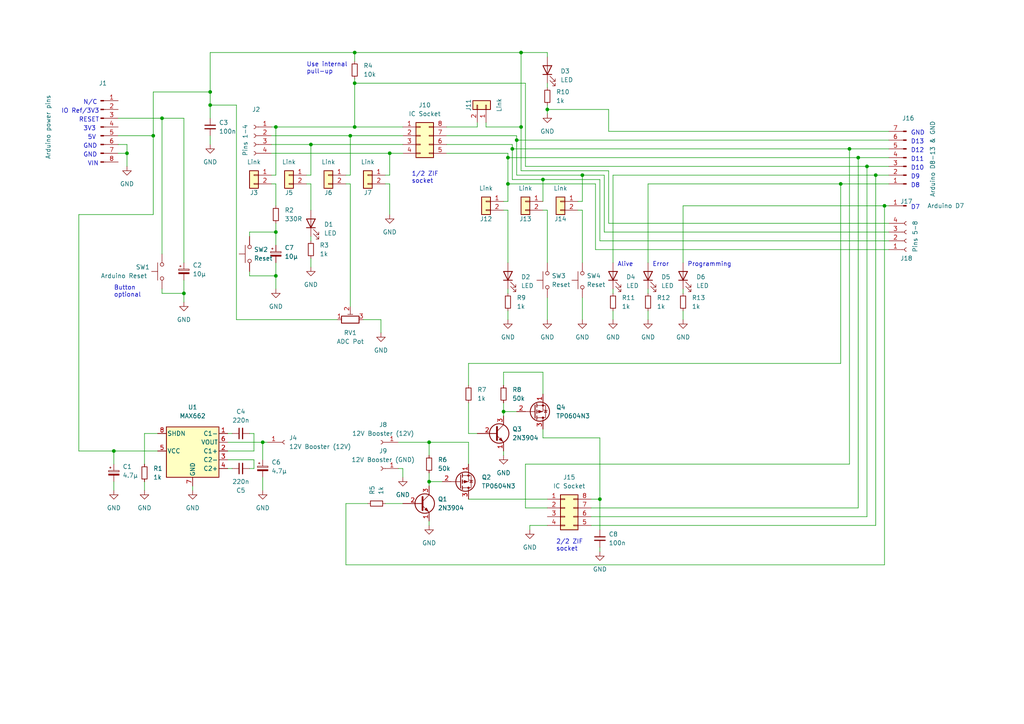
<source format=kicad_sch>
(kicad_sch (version 20211123) (generator eeschema)
  (paper "A4")
  (lib_symbols
    (symbol "Connector:Conn_01x01_Female" (pin_names (offset 1.016) hide)
      (property "Reference" "J" (at 0 2.54 0))
      (property "Value" "Conn_01x01_Female" (at 0 -2.54 0))
      (symbol "Conn_01x01_Female_1_1"
        (polyline (pts (xy -1.27 0) (xy -0.508 0)) (stroke (width 0.1524)))
        (arc (start 0 0.508) (mid -0.508 0) (end 0 -0.508) (stroke (width 0.1524)))
        (pin passive line (at -5.08 0 0) (length 3.81) (name "Pin_1") (number "1"))
      )
    )
    (symbol "Connector:Conn_01x01_Male" (pin_names (offset 1.016) hide)
      (property "Reference" "J" (at 0 2.54 0))
      (property "Value" "Conn_01x01_Male" (at 0 -2.54 0))
      (symbol "Conn_01x01_Male_1_1"
        (polyline (pts (xy 1.27 0) (xy 0.8636 0)) (stroke (width 0.1524)))
        (rectangle (start 0.8636 0.127) (end 0 -0.127) (stroke (width 0.1524)) (fill (type outline)))
        (pin passive line (at 5.08 0 180) (length 3.81) (name "Pin_1") (number "1"))
      )
    )
    (symbol "Connector:Conn_01x04_Female" (pin_names (offset 1.016) hide)
      (property "Reference" "J" (at 0 5.08 0))
      (property "Value" "Conn_01x04_Female" (at 0 -7.62 0))
      (symbol "Conn_01x04_Female_1_1"
        (arc (start 0 -4.572) (mid -0.508 -5.08) (end 0 -5.588) (stroke (width 0.1524)))
        (arc (start 0 -2.032) (mid -0.508 -2.54) (end 0 -3.048) (stroke (width 0.1524)))
        (polyline (pts (xy -1.27 -5.08) (xy -0.508 -5.08)) (stroke (width 0.1524)))
        (polyline (pts (xy -1.27 -2.54) (xy -0.508 -2.54)) (stroke (width 0.1524)))
        (polyline (pts (xy -1.27 0) (xy -0.508 0)) (stroke (width 0.1524)))
        (polyline (pts (xy -1.27 2.54) (xy -0.508 2.54)) (stroke (width 0.1524)))
        (arc (start 0 0.508) (mid -0.508 0) (end 0 -0.508) (stroke (width 0.1524)))
        (arc (start 0 3.048) (mid -0.508 2.54) (end 0 2.032) (stroke (width 0.1524)))
        (pin passive line (at -5.08 2.54 0) (length 3.81) (name "Pin_1") (number "1"))
        (pin passive line (at -5.08 0 0) (length 3.81) (name "Pin_2") (number "2"))
        (pin passive line (at -5.08 -2.54 0) (length 3.81) (name "Pin_3") (number "3"))
        (pin passive line (at -5.08 -5.08 0) (length 3.81) (name "Pin_4") (number "4"))
      )
    )
    (symbol "Connector:Conn_01x07_Male" (pin_names (offset 1.016) hide)
      (property "Reference" "J" (at 0 10.16 0))
      (property "Value" "Conn_01x07_Male" (at 0 -10.16 0))
      (symbol "Conn_01x07_Male_1_1"
        (polyline (pts (xy 1.27 -7.62) (xy 0.8636 -7.62)) (stroke (width 0.1524)))
        (polyline (pts (xy 1.27 -5.08) (xy 0.8636 -5.08)) (stroke (width 0.1524)))
        (polyline (pts (xy 1.27 -2.54) (xy 0.8636 -2.54)) (stroke (width 0.1524)))
        (polyline (pts (xy 1.27 0) (xy 0.8636 0)) (stroke (width 0.1524)))
        (polyline (pts (xy 1.27 2.54) (xy 0.8636 2.54)) (stroke (width 0.1524)))
        (polyline (pts (xy 1.27 5.08) (xy 0.8636 5.08)) (stroke (width 0.1524)))
        (polyline (pts (xy 1.27 7.62) (xy 0.8636 7.62)) (stroke (width 0.1524)))
        (rectangle (start 0.8636 -7.493) (end 0 -7.747) (stroke (width 0.1524)) (fill (type outline)))
        (rectangle (start 0.8636 -4.953) (end 0 -5.207) (stroke (width 0.1524)) (fill (type outline)))
        (rectangle (start 0.8636 -2.413) (end 0 -2.667) (stroke (width 0.1524)) (fill (type outline)))
        (rectangle (start 0.8636 0.127) (end 0 -0.127) (stroke (width 0.1524)) (fill (type outline)))
        (rectangle (start 0.8636 2.667) (end 0 2.413) (stroke (width 0.1524)) (fill (type outline)))
        (rectangle (start 0.8636 5.207) (end 0 4.953) (stroke (width 0.1524)) (fill (type outline)))
        (rectangle (start 0.8636 7.747) (end 0 7.493) (stroke (width 0.1524)) (fill (type outline)))
        (pin passive line (at 5.08 7.62 180) (length 3.81) (name "Pin_1") (number "1"))
        (pin passive line (at 5.08 5.08 180) (length 3.81) (name "Pin_2") (number "2"))
        (pin passive line (at 5.08 2.54 180) (length 3.81) (name "Pin_3") (number "3"))
        (pin passive line (at 5.08 0 180) (length 3.81) (name "Pin_4") (number "4"))
        (pin passive line (at 5.08 -2.54 180) (length 3.81) (name "Pin_5") (number "5"))
        (pin passive line (at 5.08 -5.08 180) (length 3.81) (name "Pin_6") (number "6"))
        (pin passive line (at 5.08 -7.62 180) (length 3.81) (name "Pin_7") (number "7"))
      )
    )
    (symbol "Connector:Conn_01x08_Male" (pin_names (offset 1.016) hide)
      (property "Reference" "J" (at 0 10.16 0))
      (property "Value" "Conn_01x08_Male" (at 0 -12.7 0))
      (symbol "Conn_01x08_Male_1_1"
        (polyline (pts (xy 1.27 -10.16) (xy 0.8636 -10.16)) (stroke (width 0.1524)))
        (polyline (pts (xy 1.27 -7.62) (xy 0.8636 -7.62)) (stroke (width 0.1524)))
        (polyline (pts (xy 1.27 -5.08) (xy 0.8636 -5.08)) (stroke (width 0.1524)))
        (polyline (pts (xy 1.27 -2.54) (xy 0.8636 -2.54)) (stroke (width 0.1524)))
        (polyline (pts (xy 1.27 0) (xy 0.8636 0)) (stroke (width 0.1524)))
        (polyline (pts (xy 1.27 2.54) (xy 0.8636 2.54)) (stroke (width 0.1524)))
        (polyline (pts (xy 1.27 5.08) (xy 0.8636 5.08)) (stroke (width 0.1524)))
        (polyline (pts (xy 1.27 7.62) (xy 0.8636 7.62)) (stroke (width 0.1524)))
        (rectangle (start 0.8636 -10.033) (end 0 -10.287) (stroke (width 0.1524)) (fill (type outline)))
        (rectangle (start 0.8636 -7.493) (end 0 -7.747) (stroke (width 0.1524)) (fill (type outline)))
        (rectangle (start 0.8636 -4.953) (end 0 -5.207) (stroke (width 0.1524)) (fill (type outline)))
        (rectangle (start 0.8636 -2.413) (end 0 -2.667) (stroke (width 0.1524)) (fill (type outline)))
        (rectangle (start 0.8636 0.127) (end 0 -0.127) (stroke (width 0.1524)) (fill (type outline)))
        (rectangle (start 0.8636 2.667) (end 0 2.413) (stroke (width 0.1524)) (fill (type outline)))
        (rectangle (start 0.8636 5.207) (end 0 4.953) (stroke (width 0.1524)) (fill (type outline)))
        (rectangle (start 0.8636 7.747) (end 0 7.493) (stroke (width 0.1524)) (fill (type outline)))
        (pin passive line (at 5.08 7.62 180) (length 3.81) (name "Pin_1") (number "1"))
        (pin passive line (at 5.08 5.08 180) (length 3.81) (name "Pin_2") (number "2"))
        (pin passive line (at 5.08 2.54 180) (length 3.81) (name "Pin_3") (number "3"))
        (pin passive line (at 5.08 0 180) (length 3.81) (name "Pin_4") (number "4"))
        (pin passive line (at 5.08 -2.54 180) (length 3.81) (name "Pin_5") (number "5"))
        (pin passive line (at 5.08 -5.08 180) (length 3.81) (name "Pin_6") (number "6"))
        (pin passive line (at 5.08 -7.62 180) (length 3.81) (name "Pin_7") (number "7"))
        (pin passive line (at 5.08 -10.16 180) (length 3.81) (name "Pin_8") (number "8"))
      )
    )
    (symbol "Connector_Generic:Conn_01x02" (pin_names (offset 1.016) hide)
      (property "Reference" "J" (at 0 2.54 0))
      (property "Value" "Conn_01x02" (at 0 -5.08 0))
      (symbol "Conn_01x02_1_1"
        (rectangle (start -1.27 -2.413) (end 0 -2.667) (stroke (width 0.1524)))
        (rectangle (start -1.27 0.127) (end 0 -0.127) (stroke (width 0.1524)))
        (rectangle (start -1.27 1.27) (end 1.27 -3.81) (stroke (width 0.254)) (fill (type background)))
        (pin passive line (at -5.08 0 0) (length 3.81) (name "Pin_1") (number "1"))
        (pin passive line (at -5.08 -2.54 0) (length 3.81) (name "Pin_2") (number "2"))
      )
    )
    (symbol "Connector_Generic:Conn_02x04_Counter_Clockwise" (pin_names (offset 1.016) hide)
      (property "Reference" "J" (at 1.27 5.08 0))
      (property "Value" "Conn_02x04_Counter_Clockwise" (at 1.27 -7.62 0))
      (symbol "Conn_02x04_Counter_Clockwise_1_1"
        (rectangle (start -1.27 -4.953) (end 0 -5.207) (stroke (width 0.1524)))
        (rectangle (start -1.27 -2.413) (end 0 -2.667) (stroke (width 0.1524)))
        (rectangle (start -1.27 0.127) (end 0 -0.127) (stroke (width 0.1524)))
        (rectangle (start -1.27 2.667) (end 0 2.413) (stroke (width 0.1524)))
        (rectangle (start -1.27 3.81) (end 3.81 -6.35) (stroke (width 0.254)) (fill (type background)))
        (rectangle (start 3.81 -4.953) (end 2.54 -5.207) (stroke (width 0.1524)))
        (rectangle (start 3.81 -2.413) (end 2.54 -2.667) (stroke (width 0.1524)))
        (rectangle (start 3.81 0.127) (end 2.54 -0.127) (stroke (width 0.1524)))
        (rectangle (start 3.81 2.667) (end 2.54 2.413) (stroke (width 0.1524)))
        (pin passive line (at -5.08 2.54 0) (length 3.81) (name "Pin_1") (number "1"))
        (pin passive line (at -5.08 0 0) (length 3.81) (name "Pin_2") (number "2"))
        (pin passive line (at -5.08 -2.54 0) (length 3.81) (name "Pin_3") (number "3"))
        (pin passive line (at -5.08 -5.08 0) (length 3.81) (name "Pin_4") (number "4"))
        (pin passive line (at 7.62 -5.08 180) (length 3.81) (name "Pin_5") (number "5"))
        (pin passive line (at 7.62 -2.54 180) (length 3.81) (name "Pin_6") (number "6"))
        (pin passive line (at 7.62 0 180) (length 3.81) (name "Pin_7") (number "7"))
        (pin passive line (at 7.62 2.54 180) (length 3.81) (name "Pin_8") (number "8"))
      )
    )
    (symbol "Device:C_Polarized_Small" (pin_numbers hide) (pin_names (offset 0.254) hide)
      (property "Reference" "C" (at 0.254 1.778 0))
      (property "Value" "C_Polarized_Small" (at 0.254 -2.032 0))
      (symbol "C_Polarized_Small_0_1"
        (rectangle (start -1.524 -0.3048) (end 1.524 -0.6858) (fill (type outline)))
        (rectangle (start -1.524 0.6858) (end 1.524 0.3048))
        (polyline (pts (xy -1.27 1.524) (xy -0.762 1.524)))
        (polyline (pts (xy -1.016 1.27) (xy -1.016 1.778)))
      )
      (symbol "C_Polarized_Small_1_1"
        (pin passive line (at 0 2.54 270) (length 1.8542) (name "~") (number "1"))
        (pin passive line (at 0 -2.54 90) (length 1.8542) (name "~") (number "2"))
      )
    )
    (symbol "Device:C_Small" (pin_numbers hide) (pin_names (offset 0.254) hide)
      (property "Reference" "C" (at 0.254 1.778 0))
      (property "Value" "C_Small" (at 0.254 -2.032 0))
      (symbol "C_Small_0_1"
        (polyline (pts (xy -1.524 -0.508) (xy 1.524 -0.508)) (stroke (width 0.3302)))
        (polyline (pts (xy -1.524 0.508) (xy 1.524 0.508)) (stroke (width 0.3048)))
      )
      (symbol "C_Small_1_1"
        (pin passive line (at 0 2.54 270) (length 2.032) (name "~") (number "1"))
        (pin passive line (at 0 -2.54 90) (length 2.032) (name "~") (number "2"))
      )
    )
    (symbol "Device:LED" (pin_numbers hide) (pin_names (offset 1.016) hide)
      (property "Reference" "D" (at 0 2.54 0))
      (property "Value" "LED" (at 0 -2.54 0))
      (symbol "LED_0_1"
        (polyline (pts (xy -1.27 -1.27) (xy -1.27 1.27)) (stroke (width 0.254)))
        (polyline (pts (xy -1.27 0) (xy 1.27 0)))
        (polyline (pts (xy 1.27 -1.27) (xy 1.27 1.27) (xy -1.27 0) (xy 1.27 -1.27)) (stroke (width 0.254)))
        (polyline (pts (xy -3.048 -0.762) (xy -4.572 -2.286) (xy -3.81 -2.286) (xy -4.572 -2.286) (xy -4.572 -1.524)))
        (polyline (pts (xy -1.778 -0.762) (xy -3.302 -2.286) (xy -2.54 -2.286) (xy -3.302 -2.286) (xy -3.302 -1.524)))
      )
      (symbol "LED_1_1"
        (pin passive line (at -3.81 0 0) (length 2.54) (name "K") (number "1"))
        (pin passive line (at 3.81 0 180) (length 2.54) (name "A") (number "2"))
      )
    )
    (symbol "Device:R_Potentiometer_Trim" (pin_names (offset 1.016) hide)
      (property "Reference" "RV" (at -4.445 0 90))
      (property "Value" "R_Potentiometer_Trim" (at -2.54 0 90))
      (symbol "R_Potentiometer_Trim_0_1"
        (polyline (pts (xy 1.524 0.762) (xy 1.524 -0.762)))
        (polyline (pts (xy 2.54 0) (xy 1.524 0)))
        (rectangle (start 1.016 2.54) (end -1.016 -2.54) (stroke (width 0.254)))
      )
      (symbol "R_Potentiometer_Trim_1_1"
        (pin passive line (at 0 3.81 270) (length 1.27) (name "1") (number "1"))
        (pin passive line (at 3.81 0 180) (length 1.27) (name "2") (number "2"))
        (pin passive line (at 0 -3.81 90) (length 1.27) (name "3") (number "3"))
      )
    )
    (symbol "Device:R_Small" (pin_numbers hide) (pin_names (offset 0.254) hide)
      (property "Reference" "R" (at 0.762 0.508 0))
      (property "Value" "R_Small" (at 0.762 -1.016 0))
      (symbol "R_Small_0_1"
        (rectangle (start -0.762 1.778) (end 0.762 -1.778) (stroke (width 0.2032)))
      )
      (symbol "R_Small_1_1"
        (pin passive line (at 0 2.54 270) (length 0.762) (name "~") (number "1"))
        (pin passive line (at 0 -2.54 90) (length 0.762) (name "~") (number "2"))
      )
    )
    (symbol "Regulator_Linear:MAX662" (pin_names (offset 0.254))
      (property "Reference" "U" (at -6.35 8.255 0))
      (property "Value" "MAX662" (at 0 8.255 0))
      (symbol "MAX662_0_1"
        (rectangle (start -7.62 -7.62) (end 7.62 6.985) (stroke (width 0.254)) (fill (type background)))
      )
      (symbol "MAX662_1_1"
        (pin input line (at 10.16 5.08 180) (length 2.54) (name "C1-") (number "1"))
        (pin input line (at 10.16 0 180) (length 2.54) (name "C1+") (number "2"))
        (pin input line (at 10.16 -2.54 180) (length 2.54) (name "C2-") (number "3"))
        (pin input line (at 10.16 -5.08 180) (length 2.54) (name "C2+") (number "4"))
        (pin power_in line (at -10.16 0 0) (length 2.54) (name "VCC") (number "5"))
        (pin power_out line (at 10.16 2.54 180) (length 2.54) (name "VOUT") (number "6"))
        (pin power_in line (at 0 -10.16 90) (length 2.54) (name "GND") (number "7"))
        (pin input line (at -10.16 5.08 0) (length 2.54) (name "SHDN") (number "8"))
      )
    )
    (symbol "Switch:SW_Push" (pin_numbers hide) (pin_names (offset 1.016) hide)
      (property "Reference" "SW" (at 1.27 2.54 0))
      (property "Value" "SW_Push" (at 0 -1.524 0))
      (symbol "SW_Push_0_1"
        (circle (center -2.032 0) (radius 0.508))
        (polyline (pts (xy 0 1.27) (xy 0 3.048)))
        (polyline (pts (xy 2.54 1.27) (xy -2.54 1.27)))
        (circle (center 2.032 0) (radius 0.508))
        (pin passive line (at -5.08 0 0) (length 2.54) (name "1") (number "1"))
        (pin passive line (at 5.08 0 180) (length 2.54) (name "2") (number "2"))
      )
    )
    (symbol "Transistor_BJT:2N3904" (pin_names (offset 0) hide)
      (property "Reference" "Q" (at 5.08 1.905 0))
      (property "Value" "2N3904" (at 5.08 0 0))
      (symbol "2N3904_0_1"
        (polyline (pts (xy 0.635 0.635) (xy 2.54 2.54)))
        (polyline (pts (xy 0.635 -0.635) (xy 2.54 -2.54) (xy 2.54 -2.54)))
        (polyline (pts (xy 0.635 1.905) (xy 0.635 -1.905) (xy 0.635 -1.905)) (stroke (width 0.508)))
        (polyline (pts (xy 1.27 -1.778) (xy 1.778 -1.27) (xy 2.286 -2.286) (xy 1.27 -1.778) (xy 1.27 -1.778)) (fill (type outline)))
        (circle (center 1.27 0) (radius 2.8194) (stroke (width 0.254)))
      )
      (symbol "2N3904_1_1"
        (pin passive line (at 2.54 -5.08 90) (length 2.54) (name "E") (number "1"))
        (pin passive line (at -5.08 0 0) (length 5.715) (name "B") (number "2"))
        (pin passive line (at 2.54 5.08 270) (length 2.54) (name "C") (number "3"))
      )
    )
    (symbol "Transistor_FET:TP0610L" (pin_names hide)
      (property "Reference" "Q" (at 5.08 1.905 0))
      (property "Value" "TP0610L" (at 5.08 0 0))
      (symbol "TP0610L_0_1"
        (polyline (pts (xy 0.254 0) (xy -2.54 0)))
        (polyline (pts (xy 0.254 1.905) (xy 0.254 -1.905)) (stroke (width 0.254)))
        (polyline (pts (xy 0.762 -1.27) (xy 0.762 -2.286)) (stroke (width 0.254)))
        (polyline (pts (xy 0.762 0.508) (xy 0.762 -0.508)) (stroke (width 0.254)))
        (polyline (pts (xy 0.762 2.286) (xy 0.762 1.27)) (stroke (width 0.254)))
        (polyline (pts (xy 2.54 2.54) (xy 2.54 1.778)))
        (polyline (pts (xy 2.54 -2.54) (xy 2.54 0) (xy 0.762 0)))
        (polyline (pts (xy 0.762 1.778) (xy 3.302 1.778) (xy 3.302 -1.778) (xy 0.762 -1.778)))
        (polyline (pts (xy 2.286 0) (xy 1.27 0.381) (xy 1.27 -0.381) (xy 2.286 0)) (fill (type outline)))
        (polyline (pts (xy 2.794 -0.508) (xy 2.921 -0.381) (xy 3.683 -0.381) (xy 3.81 -0.254)))
        (polyline (pts (xy 3.302 -0.381) (xy 2.921 0.254) (xy 3.683 0.254) (xy 3.302 -0.381)))
        (circle (center 1.651 0) (radius 2.794) (stroke (width 0.254)))
        (circle (center 2.54 -1.778) (radius 0.254) (fill (type outline)))
        (circle (center 2.54 1.778) (radius 0.254) (fill (type outline)))
      )
      (symbol "TP0610L_1_1"
        (pin passive line (at 2.54 -5.08 90) (length 2.54) (name "S") (number "1"))
        (pin input line (at -5.08 0 0) (length 2.54) (name "G") (number "2"))
        (pin passive line (at 2.54 5.08 270) (length 2.54) (name "D") (number "3"))
      )
    )
    (symbol "power:GND" (power) (pin_names (offset 0))
      (property "Value" "GND" (at 0 -3.81 0))
      (symbol "GND_0_1"
        (polyline (pts (xy 0 0) (xy 0 -1.27) (xy 1.27 -1.27) (xy 0 -2.54) (xy -1.27 -1.27) (xy 0 -1.27)))
      )
      (symbol "GND_1_1"
        (pin power_in line (at 0 0 270) (length 0) hide (name "GND") (number "1"))
      )
    )
  )
  (junction (at 76.2 128.27))
  (junction (at 151.13 36.83))
  (junction (at 102.87 24.13))
  (junction (at 248.92 45.72))
  (junction (at 102.87 36.83))
  (junction (at 124.46 128.27))
  (junction (at 158.75 31.75))
  (junction (at 246.38 43.18))
  (junction (at 243.84 53.34))
  (junction (at 147.32 53.34))
  (junction (at 80.01 80.01))
  (junction (at 147.32 45.72))
  (junction (at 60.96 26.67))
  (junction (at 148.59 43.18))
  (junction (at 113.03 44.45))
  (junction (at 90.17 41.91))
  (junction (at 173.99 144.78))
  (junction (at 33.02 130.81))
  (junction (at 80.01 36.83))
  (junction (at 46.99 34.29))
  (junction (at 53.34 85.09))
  (junction (at 80.01 67.31))
  (junction (at 149.86 40.64))
  (junction (at 151.13 15.24))
  (junction (at 146.05 119.38))
  (junction (at 124.46 139.7))
  (junction (at 157.48 52.07))
  (junction (at 101.6 39.37))
  (junction (at 44.45 39.37))
  (junction (at 168.91 50.8))
  (junction (at 256.54 59.69))
  (junction (at 102.87 15.24))
  (junction (at 60.96 30.48))
  (junction (at 254 50.8))
  (junction (at 36.83 44.45))
  (junction (at 251.46 48.26))
  (wire (pts (xy 135.89 134.62) (xy 135.89 128.27)))
  (wire (pts (xy 102.87 15.24) (xy 102.87 17.78)))
  (wire (pts (xy 44.45 62.23) (xy 22.86 62.23)))
  (wire (pts (xy 66.04 130.81) (xy 73.66 130.81)))
  (wire (pts (xy 151.13 15.24) (xy 151.13 36.83)))
  (wire (pts (xy 243.84 105.41) (xy 135.89 105.41)))
  (wire (pts (xy 124.46 139.7) (xy 124.46 140.97)))
  (wire (pts (xy 60.96 15.24) (xy 60.96 26.67)))
  (wire (pts (xy 53.34 81.28) (xy 53.34 85.09)))
  (wire (pts (xy 151.13 49.53) (xy 176.53 49.53)))
  (wire (pts (xy 41.91 139.7) (xy 41.91 142.24)))
  (wire (pts (xy 149.86 50.8) (xy 149.86 40.64)))
  (wire (pts (xy 135.89 144.78) (xy 158.75 144.78)))
  (wire (pts (xy 124.46 128.27) (xy 124.46 132.08)))
  (wire (pts (xy 102.87 24.13) (xy 152.4 24.13)))
  (wire (pts (xy 257.81 59.69) (xy 256.54 59.69)))
  (wire (pts (xy 68.58 30.48) (xy 60.96 30.48)))
  (wire (pts (xy 101.6 53.34) (xy 101.6 88.9)))
  (wire (pts (xy 147.32 53.34) (xy 172.72 53.34)))
  (wire (pts (xy 140.97 35.56) (xy 140.97 36.83)))
  (wire (pts (xy 73.66 133.35) (xy 73.66 135.89)))
  (wire (pts (xy 251.46 48.26) (xy 257.81 48.26)))
  (wire (pts (xy 129.54 44.45) (xy 147.32 44.45)))
  (wire (pts (xy 173.99 144.78) (xy 171.45 144.78)))
  (wire (pts (xy 152.4 24.13) (xy 152.4 48.26)))
  (wire (pts (xy 148.59 43.18) (xy 148.59 41.91)))
  (wire (pts (xy 105.41 92.71) (xy 110.49 92.71)))
  (wire (pts (xy 151.13 15.24) (xy 158.75 15.24)))
  (wire (pts (xy 187.96 83.82) (xy 187.96 85.09)))
  (wire (pts (xy 254 152.4) (xy 171.45 152.4)))
  (wire (pts (xy 36.83 44.45) (xy 36.83 48.26)))
  (wire (pts (xy 90.17 60.96) (xy 90.17 53.34)))
  (wire (pts (xy 246.38 43.18) (xy 246.38 134.62)))
  (wire (pts (xy 90.17 41.91) (xy 116.84 41.91)))
  (wire (pts (xy 66.04 135.89) (xy 67.31 135.89)))
  (wire (pts (xy 78.74 53.34) (xy 80.01 53.34)))
  (wire (pts (xy 158.75 60.96) (xy 157.48 60.96)))
  (wire (pts (xy 149.86 50.8) (xy 168.91 50.8)))
  (wire (pts (xy 66.04 125.73) (xy 67.31 125.73)))
  (wire (pts (xy 152.4 134.62) (xy 152.4 147.32)))
  (wire (pts (xy 80.01 76.2) (xy 80.01 80.01)))
  (wire (pts (xy 60.96 39.37) (xy 60.96 41.91)))
  (wire (pts (xy 243.84 53.34) (xy 187.96 53.34)))
  (wire (pts (xy 158.75 24.13) (xy 158.75 25.4)))
  (wire (pts (xy 80.01 80.01) (xy 72.39 80.01)))
  (wire (pts (xy 187.96 90.17) (xy 187.96 92.71)))
  (wire (pts (xy 80.01 67.31) (xy 80.01 71.12)))
  (wire (pts (xy 149.86 40.64) (xy 149.86 39.37)))
  (wire (pts (xy 140.97 36.83) (xy 151.13 36.83)))
  (wire (pts (xy 36.83 41.91) (xy 36.83 44.45)))
  (wire (pts (xy 157.48 107.95) (xy 146.05 107.95)))
  (wire (pts (xy 172.72 72.39) (xy 257.81 72.39)))
  (wire (pts (xy 158.75 86.36) (xy 158.75 92.71)))
  (wire (pts (xy 129.54 36.83) (xy 138.43 36.83)))
  (wire (pts (xy 177.8 50.8) (xy 177.8 76.2)))
  (wire (pts (xy 101.6 50.8) (xy 101.6 39.37)))
  (wire (pts (xy 116.84 135.89) (xy 116.84 138.43)))
  (wire (pts (xy 152.4 48.26) (xy 251.46 48.26)))
  (wire (pts (xy 90.17 74.93) (xy 90.17 77.47)))
  (wire (pts (xy 72.39 67.31) (xy 80.01 67.31)))
  (wire (pts (xy 46.99 34.29) (xy 46.99 73.66)))
  (wire (pts (xy 147.32 92.71) (xy 147.32 90.17)))
  (wire (pts (xy 246.38 43.18) (xy 257.81 43.18)))
  (wire (pts (xy 146.05 130.81) (xy 146.05 132.08)))
  (wire (pts (xy 149.86 40.64) (xy 257.81 40.64)))
  (wire (pts (xy 147.32 53.34) (xy 147.32 45.72)))
  (wire (pts (xy 175.26 50.8) (xy 175.26 67.31)))
  (wire (pts (xy 124.46 137.16) (xy 124.46 139.7)))
  (wire (pts (xy 152.4 147.32) (xy 158.75 147.32)))
  (wire (pts (xy 111.76 146.05) (xy 116.84 146.05)))
  (wire (pts (xy 146.05 107.95) (xy 146.05 111.76)))
  (wire (pts (xy 158.75 76.2) (xy 158.75 60.96)))
  (wire (pts (xy 76.2 128.27) (xy 77.47 128.27)))
  (wire (pts (xy 198.12 59.69) (xy 198.12 76.2)))
  (wire (pts (xy 80.01 80.01) (xy 80.01 83.82)))
  (wire (pts (xy 257.81 50.8) (xy 254 50.8)))
  (wire (pts (xy 115.57 135.89) (xy 116.84 135.89)))
  (wire (pts (xy 146.05 119.38) (xy 149.86 119.38)))
  (wire (pts (xy 135.89 125.73) (xy 135.89 116.84)))
  (wire (pts (xy 80.01 53.34) (xy 80.01 59.69)))
  (wire (pts (xy 111.76 50.8) (xy 113.03 50.8)))
  (wire (pts (xy 72.39 125.73) (xy 73.66 125.73)))
  (wire (pts (xy 248.92 45.72) (xy 257.81 45.72)))
  (wire (pts (xy 173.99 127) (xy 173.99 144.78)))
  (wire (pts (xy 157.48 127) (xy 173.99 127)))
  (wire (pts (xy 102.87 36.83) (xy 116.84 36.83)))
  (wire (pts (xy 102.87 22.86) (xy 102.87 24.13)))
  (wire (pts (xy 147.32 58.42) (xy 146.05 58.42)))
  (wire (pts (xy 101.6 39.37) (xy 116.84 39.37)))
  (wire (pts (xy 60.96 26.67) (xy 60.96 30.48)))
  (wire (pts (xy 102.87 15.24) (xy 151.13 15.24)))
  (wire (pts (xy 187.96 53.34) (xy 187.96 76.2)))
  (wire (pts (xy 135.89 105.41) (xy 135.89 111.76)))
  (wire (pts (xy 34.29 44.45) (xy 36.83 44.45)))
  (wire (pts (xy 173.99 153.67) (xy 173.99 144.78)))
  (wire (pts (xy 113.03 62.23) (xy 113.03 53.34)))
  (wire (pts (xy 256.54 163.83) (xy 100.33 163.83)))
  (wire (pts (xy 173.99 52.07) (xy 173.99 69.85)))
  (wire (pts (xy 157.48 124.46) (xy 157.48 127)))
  (wire (pts (xy 148.59 52.07) (xy 157.48 52.07)))
  (wire (pts (xy 248.92 147.32) (xy 171.45 147.32)))
  (wire (pts (xy 66.04 128.27) (xy 76.2 128.27)))
  (wire (pts (xy 44.45 39.37) (xy 34.29 39.37)))
  (wire (pts (xy 256.54 59.69) (xy 198.12 59.69)))
  (wire (pts (xy 254 50.8) (xy 254 152.4)))
  (wire (pts (xy 157.48 114.3) (xy 157.48 107.95)))
  (wire (pts (xy 124.46 139.7) (xy 128.27 139.7)))
  (wire (pts (xy 168.91 86.36) (xy 168.91 92.71)))
  (wire (pts (xy 177.8 90.17) (xy 177.8 92.71)))
  (wire (pts (xy 176.53 31.75) (xy 176.53 38.1)))
  (wire (pts (xy 113.03 50.8) (xy 113.03 44.45)))
  (wire (pts (xy 135.89 128.27) (xy 124.46 128.27)))
  (wire (pts (xy 246.38 134.62) (xy 152.4 134.62)))
  (wire (pts (xy 151.13 36.83) (xy 151.13 49.53)))
  (wire (pts (xy 251.46 149.86) (xy 171.45 149.86)))
  (wire (pts (xy 168.91 60.96) (xy 167.64 60.96)))
  (wire (pts (xy 66.04 133.35) (xy 73.66 133.35)))
  (wire (pts (xy 147.32 83.82) (xy 147.32 85.09)))
  (wire (pts (xy 177.8 83.82) (xy 177.8 85.09)))
  (wire (pts (xy 80.01 64.77) (xy 80.01 67.31)))
  (wire (pts (xy 175.26 67.31) (xy 257.81 67.31)))
  (wire (pts (xy 168.91 58.42) (xy 168.91 50.8)))
  (wire (pts (xy 157.48 52.07) (xy 173.99 52.07)))
  (wire (pts (xy 157.48 52.07) (xy 157.48 58.42)))
  (wire (pts (xy 53.34 85.09) (xy 53.34 87.63)))
  (wire (pts (xy 46.99 34.29) (xy 53.34 34.29)))
  (wire (pts (xy 90.17 68.58) (xy 90.17 69.85)))
  (wire (pts (xy 257.81 64.77) (xy 176.53 64.77)))
  (wire (pts (xy 172.72 53.34) (xy 172.72 72.39)))
  (wire (pts (xy 129.54 39.37) (xy 149.86 39.37)))
  (wire (pts (xy 168.91 50.8) (xy 175.26 50.8)))
  (wire (pts (xy 148.59 43.18) (xy 148.59 52.07)))
  (wire (pts (xy 198.12 90.17) (xy 198.12 92.71)))
  (wire (pts (xy 147.32 53.34) (xy 147.32 58.42)))
  (wire (pts (xy 147.32 60.96) (xy 147.32 76.2)))
  (wire (pts (xy 124.46 151.13) (xy 124.46 152.4)))
  (wire (pts (xy 22.86 62.23) (xy 22.86 130.81)))
  (wire (pts (xy 147.32 45.72) (xy 248.92 45.72)))
  (wire (pts (xy 113.03 44.45) (xy 116.84 44.45)))
  (wire (pts (xy 102.87 24.13) (xy 102.87 36.83)))
  (wire (pts (xy 53.34 34.29) (xy 53.34 76.2)))
  (wire (pts (xy 78.74 44.45) (xy 113.03 44.45)))
  (wire (pts (xy 78.74 41.91) (xy 90.17 41.91)))
  (wire (pts (xy 76.2 128.27) (xy 76.2 133.35)))
  (wire (pts (xy 110.49 92.71) (xy 110.49 96.52)))
  (wire (pts (xy 80.01 36.83) (xy 80.01 50.8)))
  (wire (pts (xy 100.33 53.34) (xy 101.6 53.34)))
  (wire (pts (xy 45.72 125.73) (xy 41.91 125.73)))
  (wire (pts (xy 68.58 92.71) (xy 97.79 92.71)))
  (wire (pts (xy 158.75 31.75) (xy 176.53 31.75)))
  (wire (pts (xy 90.17 50.8) (xy 90.17 41.91)))
  (wire (pts (xy 46.99 83.82) (xy 46.99 85.09)))
  (wire (pts (xy 254 50.8) (xy 177.8 50.8)))
  (wire (pts (xy 198.12 83.82) (xy 198.12 85.09)))
  (wire (pts (xy 33.02 139.7) (xy 33.02 142.24)))
  (wire (pts (xy 78.74 36.83) (xy 80.01 36.83)))
  (wire (pts (xy 168.91 76.2) (xy 168.91 60.96)))
  (wire (pts (xy 45.72 130.81) (xy 33.02 130.81)))
  (wire (pts (xy 78.74 39.37) (xy 101.6 39.37)))
  (wire (pts (xy 100.33 163.83) (xy 100.33 146.05)))
  (wire (pts (xy 146.05 116.84) (xy 146.05 119.38)))
  (wire (pts (xy 76.2 138.43) (xy 76.2 142.24)))
  (wire (pts (xy 100.33 146.05) (xy 106.68 146.05)))
  (wire (pts (xy 256.54 59.69) (xy 256.54 163.83)))
  (wire (pts (xy 46.99 85.09) (xy 53.34 85.09)))
  (wire (pts (xy 173.99 160.02) (xy 173.99 158.75)))
  (wire (pts (xy 44.45 26.67) (xy 44.45 39.37)))
  (wire (pts (xy 44.45 39.37) (xy 44.45 62.23)))
  (wire (pts (xy 138.43 36.83) (xy 138.43 35.56)))
  (wire (pts (xy 60.96 30.48) (xy 60.96 34.29)))
  (wire (pts (xy 146.05 119.38) (xy 146.05 120.65)))
  (wire (pts (xy 176.53 38.1) (xy 257.81 38.1)))
  (wire (pts (xy 167.64 58.42) (xy 168.91 58.42)))
  (wire (pts (xy 68.58 30.48) (xy 68.58 92.71)))
  (wire (pts (xy 88.9 50.8) (xy 90.17 50.8)))
  (wire (pts (xy 115.57 128.27) (xy 124.46 128.27)))
  (wire (pts (xy 22.86 130.81) (xy 33.02 130.81)))
  (wire (pts (xy 78.74 50.8) (xy 80.01 50.8)))
  (wire (pts (xy 148.59 43.18) (xy 246.38 43.18)))
  (wire (pts (xy 113.03 53.34) (xy 111.76 53.34)))
  (wire (pts (xy 34.29 34.29) (xy 46.99 34.29)))
  (wire (pts (xy 129.54 41.91) (xy 148.59 41.91)))
  (wire (pts (xy 72.39 135.89) (xy 73.66 135.89)))
  (wire (pts (xy 248.92 45.72) (xy 248.92 147.32)))
  (wire (pts (xy 158.75 15.24) (xy 158.75 16.51)))
  (wire (pts (xy 257.81 69.85) (xy 173.99 69.85)))
  (wire (pts (xy 138.43 125.73) (xy 135.89 125.73)))
  (wire (pts (xy 243.84 105.41) (xy 243.84 53.34)))
  (wire (pts (xy 72.39 68.58) (xy 72.39 67.31)))
  (wire (pts (xy 100.33 50.8) (xy 101.6 50.8)))
  (wire (pts (xy 251.46 48.26) (xy 251.46 149.86)))
  (wire (pts (xy 72.39 80.01) (xy 72.39 78.74)))
  (wire (pts (xy 146.05 60.96) (xy 147.32 60.96)))
  (wire (pts (xy 60.96 15.24) (xy 102.87 15.24)))
  (wire (pts (xy 34.29 41.91) (xy 36.83 41.91)))
  (wire (pts (xy 176.53 49.53) (xy 176.53 64.77)))
  (wire (pts (xy 90.17 53.34) (xy 88.9 53.34)))
  (wire (pts (xy 41.91 125.73) (xy 41.91 134.62)))
  (wire (pts (xy 158.75 31.75) (xy 158.75 33.02)))
  (wire (pts (xy 44.45 26.67) (xy 60.96 26.67)))
  (wire (pts (xy 158.75 152.4) (xy 153.67 152.4)))
  (wire (pts (xy 257.81 53.34) (xy 243.84 53.34)))
  (wire (pts (xy 80.01 36.83) (xy 102.87 36.83)))
  (wire (pts (xy 153.67 152.4) (xy 153.67 153.67)))
  (wire (pts (xy 55.88 140.97) (xy 55.88 142.24)))
  (wire (pts (xy 33.02 130.81) (xy 33.02 134.62)))
  (wire (pts (xy 73.66 125.73) (xy 73.66 130.81)))
  (wire (pts (xy 147.32 45.72) (xy 147.32 44.45)))
  (wire (pts (xy 158.75 30.48) (xy 158.75 31.75)))
  (text "VIN" (at 25.4 48.26 0) (effects (font (size 1.27 1.27)) (justify left bottom)))
  (text "2/2 ZIF\nsocket" (at 161.29 160.02 0) (effects (font (size 1.27 1.27)) (justify left bottom)))
  (text "5V" (at 25.4 40.64 0) (effects (font (size 1.27 1.27)) (justify left bottom)))
  (text "N/C" (at 24.13 30.48 0) (effects (font (size 1.27 1.27)) (justify left bottom)))
  (text "D13" (at 264.16 41.91 0) (effects (font (size 1.27 1.27)) (justify left bottom)))
  (text "GND" (at 24.13 45.72 0) (effects (font (size 1.27 1.27)) (justify left bottom)))
  (text "D10" (at 264.16 49.53 0) (effects (font (size 1.27 1.27)) (justify left bottom)))
  (text "1/2 ZIF\nsocket" (at 119.38 53.34 0) (effects (font (size 1.27 1.27)) (justify left bottom)))
  (text "D9" (at 264.16 52.07 0) (effects (font (size 1.27 1.27)) (justify left bottom)))
  (text "Programming" (at 199.39 77.47 0) (effects (font (size 1.27 1.27)) (justify left bottom)))
  (text "Button\noptional" (at 33.02 86.36 0) (effects (font (size 1.27 1.27)) (justify left bottom)))
  (text "GND" (at 24.13 43.18 0) (effects (font (size 1.27 1.27)) (justify left bottom)))
  (text "D7" (at 264.16 60.96 0) (effects (font (size 1.27 1.27)) (justify left bottom)))
  (text "RESET" (at 22.86 35.56 0) (effects (font (size 1.27 1.27)) (justify left bottom)))
  (text "D12" (at 264.16 44.45 0) (effects (font (size 1.27 1.27)) (justify left bottom)))
  (text "Error" (at 189.23 77.47 0) (effects (font (size 1.27 1.27)) (justify left bottom)))
  (text "GND" (at 264.16 39.37 0) (effects (font (size 1.27 1.27)) (justify left bottom)))
  (text "Alive" (at 179.07 77.47 0) (effects (font (size 1.27 1.27)) (justify left bottom)))
  (text "3V3" (at 24.13 38.1 0) (effects (font (size 1.27 1.27)) (justify left bottom)))
  (text "D8" (at 264.16 54.61 0) (effects (font (size 1.27 1.27)) (justify left bottom)))
  (text "D11" (at 264.16 46.99 0) (effects (font (size 1.27 1.27)) (justify left bottom)))
  (text "Use internal\npull-up" (at 88.9 21.59 0) (effects (font (size 1.27 1.27)) (justify left bottom)))
  (text "IO Ref/3V3" (at 17.78 33.02 0) (effects (font (size 1.27 1.27)) (justify left bottom)))
  (symbol (lib_id "Switch:SW_Push") (at 72.39 73.66 90) (unit 1)
    (property "Reference" "SW2" (at 73.66 72.3899 90) (effects (justify right)))
    (property "Value" "Reset" (at 73.66 74.9299 90) (effects (justify right)))
  )
  (symbol (lib_id "Connector_Generic:Conn_01x02") (at 95.25 50.8 0) (mirror y) (unit 1)
    (property "Reference" "J6" (at 95.25 55.88 0))
    (property "Value" "Link" (at 95.25 46.99 0))
  )
  (symbol (lib_id "power:GND") (at 53.34 87.63 0) (unit 1)
    (property "Reference" "#PWR04" (effects hide))
    (property "Value" "GND" (at 53.34 92.71 0))
  )
  (symbol (lib_id "Device:C_Small") (at 69.85 135.89 90) (unit 1)
    (property "Reference" "C5" (at 69.85 142.24 90))
    (property "Value" "220n" (at 69.85 139.7 90))
  )
  (symbol (lib_id "power:GND") (at 173.99 160.02 0) (unit 1)
    (property "Reference" "#PWR020" (effects hide))
    (property "Value" "GND" (at 173.99 165.1 0))
  )
  (symbol (lib_id "Connector_Generic:Conn_01x02") (at 83.82 50.8 0) (mirror y) (unit 1)
    (property "Reference" "J5" (at 83.82 55.88 0))
    (property "Value" "Link" (at 83.82 46.99 0))
  )
  (symbol (lib_id "Device:LED") (at 147.32 80.01 90) (unit 1)
    (property "Reference" "D2" (at 151.13 80.3274 90) (effects (justify right)))
    (property "Value" "LED" (at 151.13 82.8674 90) (effects (justify right)))
  )
  (symbol (lib_id "Device:R_Small") (at 158.75 27.94 0) (unit 1)
    (property "Reference" "R10" (at 161.29 26.6699 0) (effects (justify left)))
    (property "Value" "1k" (at 161.29 29.2099 0) (effects (justify left)))
  )
  (symbol (lib_id "Transistor_FET:TP0610L") (at 154.94 119.38 0) (mirror x) (unit 1)
    (property "Reference" "Q4" (at 161.29 118.1099 0) (effects (justify left)))
    (property "Value" "TP0604N3" (at 161.29 120.6499 0) (effects (justify left)))
    (property "Footprint" "Package_TO_SOT_THT:TO-92L_Inline" (effects hide))
    (property "Datasheet" "http://www.vishay.com/docs/70209/70209.pdf" (effects hide))
  )
  (symbol (lib_id "power:GND") (at 124.46 152.4 0) (unit 1)
    (property "Reference" "#PWR013" (effects hide))
    (property "Value" "GND" (at 124.46 157.48 0))
  )
  (symbol (lib_id "power:GND") (at 187.96 92.71 0) (unit 1)
    (property "Reference" "#PWR022" (effects hide))
    (property "Value" "GND" (at 187.96 97.79 0))
  )
  (symbol (lib_id "Connector_Generic:Conn_01x02") (at 106.68 50.8 0) (mirror y) (unit 1)
    (property "Reference" "J7" (at 106.68 55.88 0))
    (property "Value" "Link" (at 106.68 46.99 0))
  )
  (symbol (lib_id "Device:R_Small") (at 41.91 137.16 0) (unit 1)
    (property "Reference" "R1" (at 44.45 135.8899 0) (effects (justify left)))
    (property "Value" "1k" (at 44.45 138.4299 0) (effects (justify left)))
  )
  (symbol (lib_id "power:GND") (at 158.75 92.71 0) (unit 1)
    (property "Reference" "#PWR018" (effects hide))
    (property "Value" "GND" (at 158.75 97.79 0))
  )
  (symbol (lib_id "Device:LED") (at 90.17 64.77 90) (unit 1)
    (property "Reference" "D1" (at 93.98 65.0874 90) (effects (justify right)))
    (property "Value" "LED" (at 93.98 67.6274 90) (effects (justify right)))
  )
  (symbol (lib_id "Transistor_FET:TP0610L") (at 133.35 139.7 0) (mirror x) (unit 1)
    (property "Reference" "Q2" (at 139.7 138.4299 0) (effects (justify left)))
    (property "Value" "TP0604N3" (at 139.7 140.9699 0) (effects (justify left)))
    (property "Footprint" "Package_TO_SOT_THT:TO-92L_Inline" (effects hide))
    (property "Datasheet" "http://www.vishay.com/docs/70209/70209.pdf" (effects hide))
  )
  (symbol (lib_id "power:GND") (at 80.01 83.82 0) (unit 1)
    (property "Reference" "#PWR08" (effects hide))
    (property "Value" "GND" (at 80.01 88.9 0))
  )
  (symbol (lib_id "Regulator_Linear:MAX662") (at 55.88 130.81 0) (unit 1)
    (property "Reference" "U1" (at 55.88 118.11 0))
    (property "Value" "MAX662" (at 55.88 120.65 0))
    (property "Datasheet" "https://www.analog.com/media/en/technical-documentation/data-sheets/MAX662A.pdf" (effects hide))
  )
  (symbol (lib_id "power:GND") (at 177.8 92.71 0) (unit 1)
    (property "Reference" "#PWR021" (effects hide))
    (property "Value" "GND" (at 177.8 97.79 0))
  )
  (symbol (lib_id "Connector:Conn_01x07_Male") (at 262.89 45.72 180) (unit 1)
    (property "Reference" "J16" (at 261.62 34.29 0) (effects (justify right)))
    (property "Value" "Arduino D8-13 & GND" (at 270.51 57.15 90) (effects (justify right)))
  )
  (symbol (lib_id "Device:R_Small") (at 124.46 134.62 0) (unit 1)
    (property "Reference" "R6" (at 127 133.3499 0) (effects (justify left)))
    (property "Value" "50k" (at 127 135.8899 0) (effects (justify left)))
  )
  (symbol (lib_id "Device:C_Polarized_Small") (at 76.2 135.89 0) (unit 1)
    (property "Reference" "C6" (at 78.74 134.0738 0) (effects (justify left)))
    (property "Value" "4.7µ" (at 78.74 136.6138 0) (effects (justify left)))
  )
  (symbol (lib_id "Device:LED") (at 187.96 80.01 90) (unit 1)
    (property "Reference" "D5" (at 191.77 80.3274 90) (effects (justify right)))
    (property "Value" "LED" (at 191.77 82.8674 90) (effects (justify right)))
  )
  (symbol (lib_id "Connector:Conn_01x08_Male") (at 29.21 36.83 0) (unit 1)
    (property "Reference" "J1" (at 29.845 24.13 0))
    (property "Value" "Arduino power pins" (at 13.97 36.83 90))
  )
  (symbol (lib_id "Connector_Generic:Conn_01x02") (at 140.97 30.48 270) (mirror x) (unit 1)
    (property "Reference" "J11" (at 135.89 30.48 0))
    (property "Value" "Link" (at 144.78 30.48 0))
  )
  (symbol (lib_id "Device:C_Polarized_Small") (at 80.01 73.66 0) (unit 1)
    (property "Reference" "C7" (at 82.55 71.8438 0) (effects (justify left)))
    (property "Value" "10µ" (at 82.55 74.3838 0) (effects (justify left)))
  )
  (symbol (lib_id "power:GND") (at 33.02 142.24 0) (unit 1)
    (property "Reference" "#PWR01" (effects hide))
    (property "Value" "GND" (at 33.02 147.32 0))
  )
  (symbol (lib_id "Device:C_Polarized_Small") (at 33.02 137.16 0) (unit 1)
    (property "Reference" "C1" (at 35.56 135.3438 0) (effects (justify left)))
    (property "Value" "4.7µ" (at 35.56 137.8838 0) (effects (justify left)))
  )
  (symbol (lib_id "power:GND") (at 147.32 92.71 0) (unit 1)
    (property "Reference" "#PWR015" (effects hide))
    (property "Value" "GND" (at 147.32 97.79 0))
  )
  (symbol (lib_id "power:GND") (at 110.49 96.52 0) (unit 1)
    (property "Reference" "#PWR010" (effects hide))
    (property "Value" "GND" (at 110.49 101.6 0))
  )
  (symbol (lib_id "Device:LED") (at 198.12 80.01 90) (unit 1)
    (property "Reference" "D6" (at 201.93 80.3274 90) (effects (justify right)))
    (property "Value" "LED" (at 201.93 82.8674 90) (effects (justify right)))
  )
  (symbol (lib_id "Transistor_BJT:2N3904") (at 121.92 146.05 0) (unit 1)
    (property "Reference" "Q1" (at 127 144.7799 0) (effects (justify left)))
    (property "Value" "2N3904" (at 127 147.3199 0) (effects (justify left)))
    (property "Footprint" "Package_TO_SOT_THT:TO-92_Inline" (effects hide))
    (property "Datasheet" "https://www.onsemi.com/pub/Collateral/2N3903-D.PDF" (effects hide))
  )
  (symbol (lib_id "Connector:Conn_01x01_Male") (at 262.89 59.69 0) (mirror y) (unit 1)
    (property "Reference" "J17" (at 262.89 58.42 0))
    (property "Value" "Arduino D7" (at 274.32 59.69 0))
  )
  (symbol (lib_id "power:GND") (at 198.12 92.71 0) (unit 1)
    (property "Reference" "#PWR023" (effects hide))
    (property "Value" "GND" (at 198.12 97.79 0))
  )
  (symbol (lib_id "power:GND") (at 76.2 142.24 0) (unit 1)
    (property "Reference" "#PWR07" (effects hide))
    (property "Value" "GND" (at 76.2 147.32 0))
  )
  (symbol (lib_id "Connector:Conn_01x01_Female") (at 110.49 128.27 180) (unit 1)
    (property "Reference" "J8" (at 111.125 123.19 0))
    (property "Value" "12V Booster (12V)" (at 111.125 125.73 0))
  )
  (symbol (lib_id "Device:R_Small") (at 198.12 87.63 0) (unit 1)
    (property "Reference" "R13" (at 200.66 86.3599 0) (effects (justify left)))
    (property "Value" "1k" (at 200.66 88.8999 0) (effects (justify left)))
  )
  (symbol (lib_id "Connector_Generic:Conn_02x04_Counter_Clockwise") (at 121.92 39.37 0) (unit 1)
    (property "Reference" "J10" (at 123.19 30.48 0))
    (property "Value" "IC Socket" (at 123.19 33.02 0))
  )
  (symbol (lib_id "Connector_Generic:Conn_01x02") (at 152.4 58.42 0) (mirror y) (unit 1)
    (property "Reference" "J13" (at 152.4 63.5 0))
    (property "Value" "Link" (at 152.4 54.61 0))
  )
  (symbol (lib_id "Connector:Conn_01x01_Female") (at 82.55 128.27 0) (unit 1)
    (property "Reference" "J4" (at 83.82 126.9999 0) (effects (justify left)))
    (property "Value" "12V Booster (12V)" (at 83.82 129.5399 0) (effects (justify left)))
  )
  (symbol (lib_id "Switch:SW_Push") (at 46.99 78.74 90) (unit 1)
    (property "Reference" "SW1" (at 39.37 77.47 90) (effects (justify right)))
    (property "Value" "Arduino Reset" (at 29.21 80.01 90) (effects (justify right)))
  )
  (symbol (lib_id "Device:R_Small") (at 187.96 87.63 0) (unit 1)
    (property "Reference" "R12" (at 190.5 86.3599 0) (effects (justify left)))
    (property "Value" "1k" (at 190.5 88.8999 0) (effects (justify left)))
  )
  (symbol (lib_id "power:GND") (at 168.91 92.71 0) (unit 1)
    (property "Reference" "#PWR019" (effects hide))
    (property "Value" "GND" (at 168.91 97.79 0))
  )
  (symbol (lib_id "power:GND") (at 146.05 132.08 0) (unit 1)
    (property "Reference" "#PWR014" (effects hide))
    (property "Value" "GND" (at 146.05 137.16 0))
  )
  (symbol (lib_id "Device:C_Small") (at 69.85 125.73 90) (unit 1)
    (property "Reference" "C4" (at 69.85 119.38 90))
    (property "Value" "220n" (at 69.8563 121.92 90))
  )
  (symbol (lib_id "power:GND") (at 41.91 142.24 0) (unit 1)
    (property "Reference" "#PWR03" (effects hide))
    (property "Value" "GND" (at 41.91 147.32 0))
  )
  (symbol (lib_id "Device:R_Small") (at 147.32 87.63 0) (unit 1)
    (property "Reference" "R9" (at 149.86 86.3599 0) (effects (justify left)))
    (property "Value" "1k" (at 149.86 88.8999 0) (effects (justify left)))
  )
  (symbol (lib_id "Connector_Generic:Conn_01x02") (at 73.66 50.8 0) (mirror y) (unit 1)
    (property "Reference" "J3" (at 73.66 55.88 0))
    (property "Value" "Link" (at 73.66 46.99 0))
  )
  (symbol (lib_id "Device:C_Small") (at 173.99 156.21 0) (unit 1)
    (property "Reference" "C8" (at 176.53 154.9462 0) (effects (justify left)))
    (property "Value" "100n" (at 176.53 157.4862 0) (effects (justify left)))
  )
  (symbol (lib_id "Connector_Generic:Conn_02x04_Counter_Clockwise") (at 163.83 147.32 0) (unit 1)
    (property "Reference" "J15" (at 165.1 138.43 0))
    (property "Value" "IC Socket" (at 165.1 140.97 0))
  )
  (symbol (lib_id "Switch:SW_Push") (at 158.75 81.28 90) (unit 1)
    (property "Reference" "SW3" (at 160.02 80.0099 90) (effects (justify right)))
    (property "Value" "Reset" (at 160.02 82.5499 90) (effects (justify right)))
  )
  (symbol (lib_id "power:GND") (at 158.75 33.02 0) (unit 1)
    (property "Reference" "#PWR017" (effects hide))
    (property "Value" "GND" (at 158.75 38.1 0))
  )
  (symbol (lib_id "Device:LED") (at 177.8 80.01 90) (unit 1)
    (property "Reference" "D4" (at 181.61 80.3274 90) (effects (justify right)))
    (property "Value" "LED" (at 181.61 82.8674 90) (effects (justify right)))
  )
  (symbol (lib_id "Device:R_Small") (at 135.89 114.3 0) (unit 1)
    (property "Reference" "R7" (at 138.43 113.0299 0) (effects (justify left)))
    (property "Value" "1k" (at 138.43 115.5699 0) (effects (justify left)))
  )
  (symbol (lib_id "Device:R_Small") (at 102.87 20.32 0) (unit 1)
    (property "Reference" "R4" (at 105.41 19.0499 0) (effects (justify left)))
    (property "Value" "10k" (at 105.41 21.5899 0) (effects (justify left)))
  )
  (symbol (lib_id "power:GND") (at 113.03 62.23 0) (unit 1)
    (property "Reference" "#PWR011" (effects hide))
    (property "Value" "GND" (at 113.03 67.31 0))
  )
  (symbol (lib_id "Connector_Generic:Conn_01x02") (at 162.56 58.42 0) (mirror y) (unit 1)
    (property "Reference" "J14" (at 162.56 63.5 0))
    (property "Value" "Link" (at 162.56 54.61 0))
  )
  (symbol (lib_id "Device:R_Small") (at 80.01 62.23 0) (unit 1)
    (property "Reference" "R2" (at 82.55 60.9599 0) (effects (justify left)))
    (property "Value" "330R" (at 82.55 63.4999 0) (effects (justify left)))
  )
  (symbol (lib_id "power:GND") (at 60.96 41.91 0) (unit 1)
    (property "Reference" "#PWR06" (effects hide))
    (property "Value" "GND" (at 60.96 46.99 0))
  )
  (symbol (lib_id "Device:R_Potentiometer_Trim") (at 101.6 92.71 90) (unit 1)
    (property "Reference" "RV1" (at 101.6 96.52 90))
    (property "Value" "ADC Pot" (at 101.6 99.06 90))
  )
  (symbol (lib_id "power:GND") (at 90.17 77.47 0) (unit 1)
    (property "Reference" "#PWR09" (effects hide))
    (property "Value" "GND" (at 90.17 82.55 0))
  )
  (symbol (lib_id "Connector:Conn_01x04_Female") (at 262.89 69.85 0) (mirror x) (unit 1)
    (property "Reference" "J18" (at 262.89 74.93 0))
    (property "Value" "Pins 5-8" (at 265.43 68.58 90))
  )
  (symbol (lib_id "power:GND") (at 36.83 48.26 0) (unit 1)
    (property "Reference" "#PWR02" (effects hide))
    (property "Value" "GND" (at 36.83 53.34 0))
  )
  (symbol (lib_id "Device:LED") (at 158.75 20.32 90) (unit 1)
    (property "Reference" "D3" (at 162.56 20.6374 90) (effects (justify right)))
    (property "Value" "LED" (at 162.56 23.1774 90) (effects (justify right)))
  )
  (symbol (lib_id "Transistor_BJT:2N3904") (at 143.51 125.73 0) (unit 1)
    (property "Reference" "Q3" (at 148.59 124.4599 0) (effects (justify left)))
    (property "Value" "2N3904" (at 148.59 126.9999 0) (effects (justify left)))
    (property "Footprint" "Package_TO_SOT_THT:TO-92_Inline" (effects hide))
    (property "Datasheet" "https://www.onsemi.com/pub/Collateral/2N3903-D.PDF" (effects hide))
  )
  (symbol (lib_id "power:GND") (at 153.67 153.67 0) (unit 1)
    (property "Reference" "#PWR016" (effects hide))
    (property "Value" "GND" (at 153.67 158.75 0))
  )
  (symbol (lib_id "Connector:Conn_01x04_Female") (at 73.66 39.37 0) (mirror y) (unit 1)
    (property "Reference" "J2" (at 74.295 31.75 0))
    (property "Value" "Pins 1-4" (at 71.12 40.64 90))
  )
  (symbol (lib_id "Device:C_Small") (at 60.96 36.83 0) (unit 1)
    (property "Reference" "C3" (at 63.5 35.5662 0) (effects (justify left)))
    (property "Value" "100n" (at 63.5 38.1062 0) (effects (justify left)))
  )
  (symbol (lib_id "power:GND") (at 116.84 138.43 0) (unit 1)
    (property "Reference" "#PWR012" (effects hide))
    (property "Value" "GND" (at 116.84 143.51 0))
  )
  (symbol (lib_id "Switch:SW_Push") (at 168.91 81.28 90) (unit 1)
    (property "Reference" "SW4" (at 170.18 80.0099 90) (effects (justify right)))
    (property "Value" "Reset" (at 170.18 82.5499 90) (effects (justify right)))
  )
  (symbol (lib_id "power:GND") (at 55.88 142.24 0) (unit 1)
    (property "Reference" "#PWR05" (effects hide))
    (property "Value" "GND" (at 55.88 147.32 0))
  )
  (symbol (lib_id "Device:R_Small") (at 177.8 87.63 0) (unit 1)
    (property "Reference" "R11" (at 180.34 86.3599 0) (effects (justify left)))
    (property "Value" "1k" (at 180.34 88.8999 0) (effects (justify left)))
  )
  (symbol (lib_id "Device:R_Small") (at 146.05 114.3 0) (unit 1)
    (property "Reference" "R8" (at 148.59 113.0299 0) (effects (justify left)))
    (property "Value" "50k" (at 148.59 115.5699 0) (effects (justify left)))
  )
  (symbol (lib_id "Device:R_Small") (at 109.22 146.05 90) (unit 1)
    (property "Reference" "R5" (at 107.9499 143.51 0) (effects (justify left)))
    (property "Value" "1k" (at 110.4899 143.51 0) (effects (justify left)))
  )
  (symbol (lib_id "Device:C_Polarized_Small") (at 53.34 78.74 0) (unit 1)
    (property "Reference" "C2" (at 55.88 76.9238 0) (effects (justify left)))
    (property "Value" "10µ" (at 55.88 79.4638 0) (effects (justify left)))
  )
  (symbol (lib_id "Device:R_Small") (at 90.17 72.39 0) (unit 1)
    (property "Reference" "R3" (at 92.71 71.1199 0) (effects (justify left)))
    (property "Value" "1k" (at 92.71 73.6599 0) (effects (justify left)))
  )
  (symbol (lib_id "Connector_Generic:Conn_01x02") (at 140.97 58.42 0) (mirror y) (unit 1)
    (property "Reference" "J12" (at 140.97 63.5 0))
    (property "Value" "Link" (at 140.97 54.61 0))
  )
  (symbol (lib_id "Connector:Conn_01x01_Female") (at 110.49 135.89 180) (unit 1)
    (property "Reference" "J9" (at 111.125 130.81 0))
    (property "Value" "12V Booster (GND)" (at 111.125 133.35 0))
  )
)
</source>
